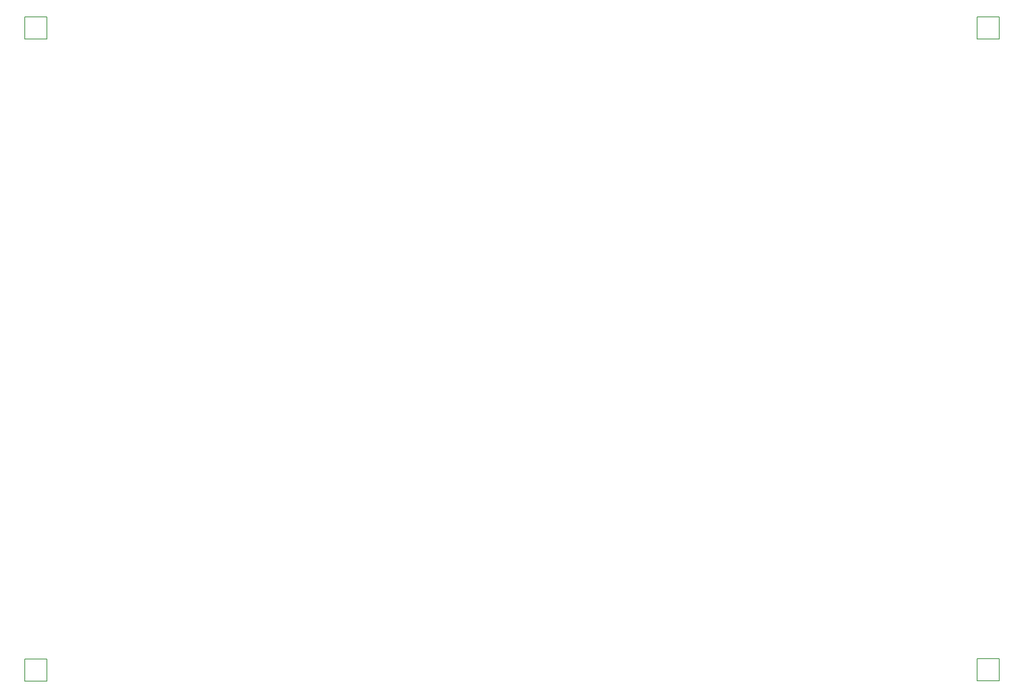
<source format=gbr>
%TF.GenerationSoftware,KiCad,Pcbnew,(6.0.7)*%
%TF.CreationDate,2023-04-20T18:01:57-06:00*%
%TF.ProjectId,backplane,6261636b-706c-4616-9e65-2e6b69636164,rev?*%
%TF.SameCoordinates,Original*%
%TF.FileFunction,OtherDrawing,Comment*%
%FSLAX46Y46*%
G04 Gerber Fmt 4.6, Leading zero omitted, Abs format (unit mm)*
G04 Created by KiCad (PCBNEW (6.0.7)) date 2023-04-20 18:01:57*
%MOMM*%
%LPD*%
G01*
G04 APERTURE LIST*
%ADD10C,0.150000*%
G04 APERTURE END LIST*
D10*
X514900000Y-92875000D02*
X519900000Y-92875000D01*
X519900000Y-92875000D02*
X519900000Y-97875000D01*
X519900000Y-97875000D02*
X514900000Y-97875000D01*
X514900000Y-97875000D02*
X514900000Y-92875000D01*
X519925000Y-242825000D02*
X514925000Y-242825000D01*
X514925000Y-242825000D02*
X514925000Y-237825000D01*
X514925000Y-237825000D02*
X519925000Y-237825000D01*
X519925000Y-237825000D02*
X519925000Y-242825000D01*
X299925000Y-92850000D02*
X304925000Y-92850000D01*
X304925000Y-92850000D02*
X304925000Y-97850000D01*
X304925000Y-97850000D02*
X299925000Y-97850000D01*
X299925000Y-97850000D02*
X299925000Y-92850000D01*
X299925000Y-242850000D02*
X304925000Y-242850000D01*
X304925000Y-242850000D02*
X304925000Y-237850000D01*
X304925000Y-237850000D02*
X299925000Y-237850000D01*
X299925000Y-237850000D02*
X299925000Y-242850000D01*
M02*

</source>
